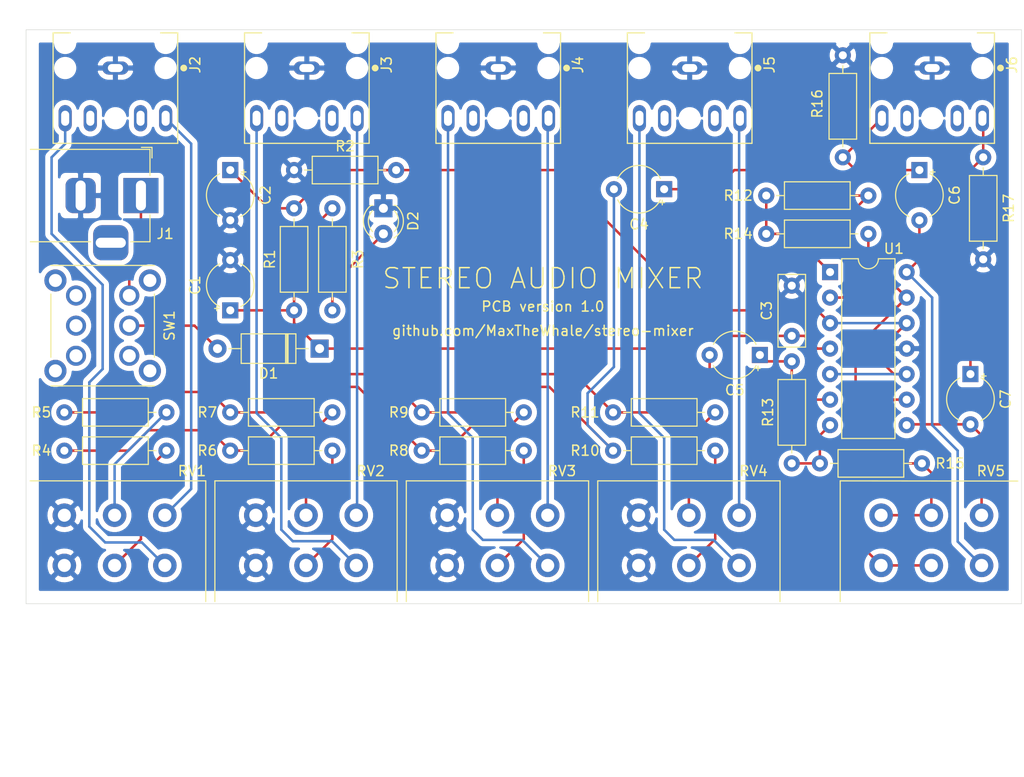
<source format=kicad_pcb>
(kicad_pcb (version 20171130) (host pcbnew "(5.1.6)-1")
  (layers (0 F.Cu signal) (31 B.Cu signal) (34 B.Paste user) (35 F.Paste user) (36 B.SilkS user) (37 F.SilkS user) (38 B.Mask user) (39 F.Mask user) (44 Edge.Cuts user))
  (net 0 "")
  (net 1 Earth)
  (net 2 "Net-(C1-Pad1)")
  (net 3 VREF)
  (net 4 "Net-(C4-Pad1)")
  (net 5 "Net-(C4-Pad2)")
  (net 6 "Net-(C5-Pad2)")
  (net 7 "Net-(C5-Pad1)")
  (net 8 "Net-(C6-Pad1)")
  (net 9 "Net-(C6-Pad2)")
  (net 10 "Net-(C7-Pad2)")
  (net 11 "Net-(C7-Pad1)")
  (net 12 "Net-(D1-Pad2)")
  (net 13 "Net-(D2-Pad2)")
  (net 14 "Net-(J1-Pad1)")
  (net 15 "Net-(R4-Pad2)")
  (net 16 "Net-(R5-Pad2)")
  (net 17 "Net-(R6-Pad2)")
  (net 18 "Net-(R7-Pad2)")
  (net 19 "Net-(R8-Pad2)")
  (net 20 "Net-(R9-Pad2)")
  (net 21 "Net-(R10-Pad2)")
  (net 22 "Net-(R11-Pad2)")
  (net 23 "Net-(R12-Pad1)")
  (net 24 "Net-(R13-Pad1)")
  (net 25 "Net-(R14-Pad1)")
  (net 26 "Net-(J2-PadT)")
  (net 27 "Net-(J2-PadR)")
  (net 28 "Net-(J3-PadT)")
  (net 29 "Net-(J3-PadR)")
  (net 30 "Net-(J4-PadT)")
  (net 31 "Net-(J4-PadR)")
  (net 32 "Net-(J5-PadR)")
  (net 33 "Net-(J5-PadT)")
  (net 34 "Net-(R15-Pad1)")
  (module Connector_BarrelJack:BarrelJack_Horizontal (layer F.Cu) (at 78.74 100.33)
    (fp_text reference J1 (at 2.413 3.81) (layer F.SilkS))
    (fp_text value Barrel_Jack)
    (pad 1 thru_hole rect (at 0 0) (size 3.5 3.5) (drill oval 1 3) (layers *.Cu *.Mask) (net 14 "Net-(J1-Pad1)"))
    (pad 2 thru_hole roundrect (at -6 0) (size 3 3.5) (drill oval 1 3) (layers *.Cu *.Mask) (net 1 Earth))
    (pad 3 thru_hole roundrect (at -3 4.7) (size 3.5 3.5) (drill oval 3 1) (layers *.Cu *.Mask))
  )
  (module Potentiometer_THT:Potentiometer_Alps_RK163_Dual_Horizontal (layer F.Cu) (at 152.4 137.16 270)
    (fp_text reference RV5 (at -9.398 -10.922) (layer F.SilkS))
    (fp_text value 100k)
    (pad 4 thru_hole circle (at -5 0 270) (size 2.34 2.34) (drill 1.3) (layers *.Cu *.Mask) (net 34 "Net-(R15-Pad1)"))
    (pad 5 thru_hole circle (at -5 -5 270) (size 2.34 2.34) (drill 1.3) (layers *.Cu *.Mask) (net 34 "Net-(R15-Pad1)"))
    (pad 6 thru_hole circle (at -5 -10 270) (size 2.34 2.34) (drill 1.3) (layers *.Cu *.Mask) (net 10 "Net-(C7-Pad2)"))
    (pad 1 thru_hole circle (at 0 0 270) (size 2.34 2.34) (drill 1.3) (layers *.Cu *.Mask) (net 25 "Net-(R14-Pad1)"))
    (pad 2 thru_hole circle (at 0 -5 270) (size 2.34 2.34) (drill 1.3) (layers *.Cu *.Mask) (net 25 "Net-(R14-Pad1)"))
    (pad 3 thru_hole circle (at 0 -10 270) (size 2.34 2.34) (drill 1.3) (layers *.Cu *.Mask) (net 9 "Net-(C6-Pad2)"))
  )
  (module Potentiometer_THT:Potentiometer_Alps_RK163_Dual_Horizontal (layer F.Cu) (at 128.27 137.16 270)
    (fp_text reference RV4 (at -9.398 -11.43 180) (layer F.SilkS))
    (fp_text value 100k)
    (pad 4 thru_hole circle (at -5 0 270) (size 2.34 2.34) (drill 1.3) (layers *.Cu *.Mask) (net 1 Earth))
    (pad 5 thru_hole circle (at -5 -5 270) (size 2.34 2.34) (drill 1.3) (layers *.Cu *.Mask) (net 22 "Net-(R11-Pad2)"))
    (pad 6 thru_hole circle (at -5 -10 270) (size 2.34 2.34) (drill 1.3) (layers *.Cu *.Mask) (net 32 "Net-(J5-PadR)"))
    (pad 1 thru_hole circle (at 0 0 270) (size 2.34 2.34) (drill 1.3) (layers *.Cu *.Mask) (net 1 Earth))
    (pad 2 thru_hole circle (at 0 -5 270) (size 2.34 2.34) (drill 1.3) (layers *.Cu *.Mask) (net 21 "Net-(R10-Pad2)"))
    (pad 3 thru_hole circle (at 0 -10 270) (size 2.34 2.34) (drill 1.3) (layers *.Cu *.Mask) (net 33 "Net-(J5-PadT)"))
  )
  (module SW_CuK_OS202013MT5QN1_DPDT_Straight:CUI_SJ1-3525N (layer F.Cu) (at 157.48 87.63 270)
    (fp_text reference J6 (at -0.32516 -7.93865 90) (layer F.SilkS) (effects (font (size 1.000457 1.000457))))
    (fp_text value AudioJack3)
    (pad None np_thru_hole circle (at 0 5 270) (size 1.2 1.2) (drill 1.2) (layers *.Cu *.Mask))
    (pad None np_thru_hole circle (at -2.5 5 270) (size 1.2 1.2) (drill 1.2) (layers *.Cu *.Mask))
    (pad None np_thru_hole circle (at 5 0 270) (size 1.2 1.2) (drill 1.2) (layers *.Cu *.Mask))
    (pad None np_thru_hole circle (at 0 -5 270) (size 1.2 1.2) (drill 1.2) (layers *.Cu *.Mask))
    (pad None np_thru_hole circle (at -2.5 -5 270) (size 1.2 1.2) (drill 1.2) (layers *.Cu *.Mask))
    (pad R thru_hole oval (at 5 -5 270) (size 2.616 1.308) (drill oval 1.5 0.8) (layers *.Cu *.Mask) (net 11 "Net-(C7-Pad1)"))
    (pad 11 thru_hole oval (at 5 -2.5 270) (size 2.616 1.308) (drill oval 1.5 0.8) (layers *.Cu *.Mask))
    (pad 10 thru_hole oval (at 5 2.5 270) (size 2.616 1.308) (drill oval 1.5 0.8) (layers *.Cu *.Mask))
    (pad T thru_hole oval (at 5 5 270) (size 2.616 1.308) (drill oval 1.5 0.8) (layers *.Cu *.Mask) (net 8 "Net-(C6-Pad1)"))
    (pad S thru_hole oval (at 0 0 270) (size 1.308 2.616) (drill oval 0.8 1.5) (layers *.Cu *.Mask) (net 1 Earth))
  )
  (module SW_CuK_OS202013MT5QN1_DPDT_Straight:CUI_SJ1-3525N (layer F.Cu) (at 133.35 87.63 270)
    (fp_text reference J5 (at -0.32516 -7.93865 270) (layer F.SilkS) (effects (font (size 1.000457 1.000457))))
    (fp_text value AudioJack3)
    (pad None np_thru_hole circle (at 0 5 270) (size 1.2 1.2) (drill 1.2) (layers *.Cu *.Mask))
    (pad None np_thru_hole circle (at -2.5 5 270) (size 1.2 1.2) (drill 1.2) (layers *.Cu *.Mask))
    (pad None np_thru_hole circle (at 5 0 270) (size 1.2 1.2) (drill 1.2) (layers *.Cu *.Mask))
    (pad None np_thru_hole circle (at 0 -5 270) (size 1.2 1.2) (drill 1.2) (layers *.Cu *.Mask))
    (pad None np_thru_hole circle (at -2.5 -5 270) (size 1.2 1.2) (drill 1.2) (layers *.Cu *.Mask))
    (pad R thru_hole oval (at 5 -5 270) (size 2.616 1.308) (drill oval 1.5 0.8) (layers *.Cu *.Mask) (net 32 "Net-(J5-PadR)"))
    (pad 11 thru_hole oval (at 5 -2.5 270) (size 2.616 1.308) (drill oval 1.5 0.8) (layers *.Cu *.Mask))
    (pad 10 thru_hole oval (at 5 2.5 270) (size 2.616 1.308) (drill oval 1.5 0.8) (layers *.Cu *.Mask))
    (pad T thru_hole oval (at 5 5 270) (size 2.616 1.308) (drill oval 1.5 0.8) (layers *.Cu *.Mask) (net 33 "Net-(J5-PadT)"))
    (pad S thru_hole oval (at 0 0 270) (size 1.308 2.616) (drill oval 0.8 1.5) (layers *.Cu *.Mask) (net 1 Earth))
  )
  (module SW_CuK_OS202013MT5QN1_DPDT_Straight:CUI_SJ1-3525N (layer F.Cu) (at 114.3 87.63 270)
    (fp_text reference J4 (at -0.32516 -7.93865 270) (layer F.SilkS) (effects (font (size 1.000457 1.000457))))
    (fp_text value AudioJack3)
    (pad None np_thru_hole circle (at 0 5 270) (size 1.2 1.2) (drill 1.2) (layers *.Cu *.Mask))
    (pad None np_thru_hole circle (at -2.5 5 270) (size 1.2 1.2) (drill 1.2) (layers *.Cu *.Mask))
    (pad None np_thru_hole circle (at 5 0 270) (size 1.2 1.2) (drill 1.2) (layers *.Cu *.Mask))
    (pad None np_thru_hole circle (at 0 -5 270) (size 1.2 1.2) (drill 1.2) (layers *.Cu *.Mask))
    (pad None np_thru_hole circle (at -2.5 -5 270) (size 1.2 1.2) (drill 1.2) (layers *.Cu *.Mask))
    (pad R thru_hole oval (at 5 -5 270) (size 2.616 1.308) (drill oval 1.5 0.8) (layers *.Cu *.Mask) (net 31 "Net-(J4-PadR)"))
    (pad 11 thru_hole oval (at 5 -2.5 270) (size 2.616 1.308) (drill oval 1.5 0.8) (layers *.Cu *.Mask))
    (pad 10 thru_hole oval (at 5 2.5 270) (size 2.616 1.308) (drill oval 1.5 0.8) (layers *.Cu *.Mask))
    (pad T thru_hole oval (at 5 5 270) (size 2.616 1.308) (drill oval 1.5 0.8) (layers *.Cu *.Mask) (net 30 "Net-(J4-PadT)"))
    (pad S thru_hole oval (at 0 0 270) (size 1.308 2.616) (drill oval 0.8 1.5) (layers *.Cu *.Mask) (net 1 Earth))
  )
  (module SW_CuK_OS202013MT5QN1_DPDT_Straight:CUI_SJ1-3525N (layer F.Cu) (at 95.25 87.63 270)
    (fp_text reference J3 (at -0.32516 -7.93865 270) (layer F.SilkS) (effects (font (size 1.000457 1.000457))))
    (fp_text value AudioJack3)
    (pad S thru_hole oval (at 0 0 270) (size 1.308 2.616) (drill oval 0.8 1.5) (layers *.Cu *.Mask) (net 1 Earth))
    (pad T thru_hole oval (at 5 5 270) (size 2.616 1.308) (drill oval 1.5 0.8) (layers *.Cu *.Mask) (net 28 "Net-(J3-PadT)"))
    (pad 10 thru_hole oval (at 5 2.5 270) (size 2.616 1.308) (drill oval 1.5 0.8) (layers *.Cu *.Mask))
    (pad 11 thru_hole oval (at 5 -2.5 270) (size 2.616 1.308) (drill oval 1.5 0.8) (layers *.Cu *.Mask))
    (pad R thru_hole oval (at 5 -5 270) (size 2.616 1.308) (drill oval 1.5 0.8) (layers *.Cu *.Mask) (net 29 "Net-(J3-PadR)"))
    (pad None np_thru_hole circle (at -2.5 -5 270) (size 1.2 1.2) (drill 1.2) (layers *.Cu *.Mask))
    (pad None np_thru_hole circle (at 0 -5 270) (size 1.2 1.2) (drill 1.2) (layers *.Cu *.Mask))
    (pad None np_thru_hole circle (at 5 0 270) (size 1.2 1.2) (drill 1.2) (layers *.Cu *.Mask))
    (pad None np_thru_hole circle (at -2.5 5 270) (size 1.2 1.2) (drill 1.2) (layers *.Cu *.Mask))
    (pad None np_thru_hole circle (at 0 5 270) (size 1.2 1.2) (drill 1.2) (layers *.Cu *.Mask))
  )
  (module SW_CuK_OS202013MT5QN1_DPDT_Straight:CUI_SJ1-3525N (layer F.Cu) (at 76.2 87.63 270)
    (fp_text reference J2 (at -0.32516 -7.93865 90) (layer F.SilkS) (effects (font (size 1.000457 1.000457))))
    (fp_text value AudioJack3)
    (pad S thru_hole oval (at 0 0 270) (size 1.308 2.616) (drill oval 0.8 1.5) (layers *.Cu *.Mask) (net 1 Earth))
    (pad T thru_hole oval (at 5 5 270) (size 2.616 1.308) (drill oval 1.5 0.8) (layers *.Cu *.Mask) (net 26 "Net-(J2-PadT)"))
    (pad 10 thru_hole oval (at 5 2.5 270) (size 2.616 1.308) (drill oval 1.5 0.8) (layers *.Cu *.Mask))
    (pad 11 thru_hole oval (at 5 -2.5 270) (size 2.616 1.308) (drill oval 1.5 0.8) (layers *.Cu *.Mask))
    (pad R thru_hole oval (at 5 -5 270) (size 2.616 1.308) (drill oval 1.5 0.8) (layers *.Cu *.Mask) (net 27 "Net-(J2-PadR)"))
    (pad None np_thru_hole circle (at -2.5 -5 270) (size 1.2 1.2) (drill 1.2) (layers *.Cu *.Mask))
    (pad None np_thru_hole circle (at 0 -5 270) (size 1.2 1.2) (drill 1.2) (layers *.Cu *.Mask))
    (pad None np_thru_hole circle (at 5 0 270) (size 1.2 1.2) (drill 1.2) (layers *.Cu *.Mask))
    (pad None np_thru_hole circle (at -2.5 5 270) (size 1.2 1.2) (drill 1.2) (layers *.Cu *.Mask))
    (pad None np_thru_hole circle (at 0 5 270) (size 1.2 1.2) (drill 1.2) (layers *.Cu *.Mask))
  )
  (module Potentiometer_THT:Potentiometer_Alps_RK163_Dual_Horizontal (layer F.Cu) (at 71.12 137.16 270)
    (fp_text reference RV1 (at -9.398 -12.7) (layer F.SilkS))
    (fp_text value 100k)
    (pad 3 thru_hole circle (at 0 -10 270) (size 2.34 2.34) (drill 1.3) (layers *.Cu *.Mask) (net 26 "Net-(J2-PadT)"))
    (pad 2 thru_hole circle (at 0 -5 270) (size 2.34 2.34) (drill 1.3) (layers *.Cu *.Mask) (net 15 "Net-(R4-Pad2)"))
    (pad 1 thru_hole circle (at 0 0 270) (size 2.34 2.34) (drill 1.3) (layers *.Cu *.Mask) (net 1 Earth))
    (pad 6 thru_hole circle (at -5 -10 270) (size 2.34 2.34) (drill 1.3) (layers *.Cu *.Mask) (net 27 "Net-(J2-PadR)"))
    (pad 5 thru_hole circle (at -5 -5 270) (size 2.34 2.34) (drill 1.3) (layers *.Cu *.Mask) (net 16 "Net-(R5-Pad2)"))
    (pad 4 thru_hole circle (at -5 0 270) (size 2.34 2.34) (drill 1.3) (layers *.Cu *.Mask) (net 1 Earth))
  )
  (module Potentiometer_THT:Potentiometer_Alps_RK163_Dual_Horizontal (layer F.Cu) (at 90.17 137.16 270)
    (fp_text reference RV2 (at -9.398 -11.43) (layer F.SilkS))
    (fp_text value 100k)
    (pad 3 thru_hole circle (at 0 -10 270) (size 2.34 2.34) (drill 1.3) (layers *.Cu *.Mask) (net 28 "Net-(J3-PadT)"))
    (pad 2 thru_hole circle (at 0 -5 270) (size 2.34 2.34) (drill 1.3) (layers *.Cu *.Mask) (net 17 "Net-(R6-Pad2)"))
    (pad 1 thru_hole circle (at 0 0 270) (size 2.34 2.34) (drill 1.3) (layers *.Cu *.Mask) (net 1 Earth))
    (pad 6 thru_hole circle (at -5 -10 270) (size 2.34 2.34) (drill 1.3) (layers *.Cu *.Mask) (net 29 "Net-(J3-PadR)"))
    (pad 5 thru_hole circle (at -5 -5 270) (size 2.34 2.34) (drill 1.3) (layers *.Cu *.Mask) (net 18 "Net-(R7-Pad2)"))
    (pad 4 thru_hole circle (at -5 0 270) (size 2.34 2.34) (drill 1.3) (layers *.Cu *.Mask) (net 1 Earth))
  )
  (module Potentiometer_THT:Potentiometer_Alps_RK163_Dual_Horizontal (layer F.Cu) (at 109.22 137.16 270)
    (fp_text reference RV3 (at -9.398 -11.43) (layer F.SilkS))
    (fp_text value 100k)
    (pad 3 thru_hole circle (at 0 -10 270) (size 2.34 2.34) (drill 1.3) (layers *.Cu *.Mask) (net 30 "Net-(J4-PadT)"))
    (pad 2 thru_hole circle (at 0 -5 270) (size 2.34 2.34) (drill 1.3) (layers *.Cu *.Mask) (net 19 "Net-(R8-Pad2)"))
    (pad 1 thru_hole circle (at 0 0 270) (size 2.34 2.34) (drill 1.3) (layers *.Cu *.Mask) (net 1 Earth))
    (pad 6 thru_hole circle (at -5 -10 270) (size 2.34 2.34) (drill 1.3) (layers *.Cu *.Mask) (net 31 "Net-(J4-PadR)"))
    (pad 5 thru_hole circle (at -5 -5 270) (size 2.34 2.34) (drill 1.3) (layers *.Cu *.Mask) (net 20 "Net-(R9-Pad2)"))
    (pad 4 thru_hole circle (at -5 0 270) (size 2.34 2.34) (drill 1.3) (layers *.Cu *.Mask) (net 1 Earth))
  )
  (module Capacitor_THT:CP_Radial_Tantal_D4.5mm_P5.00mm (layer F.Cu) (at 87.63 111.76 90)
    (fp_text reference C1 (at 2.5 -3.5 90) (layer F.SilkS))
    (fp_text value 10u)
    (pad 2 thru_hole circle (at 5 0 90) (size 1.6 1.6) (drill 0.8) (layers *.Cu *.Mask) (net 1 Earth))
    (pad 1 thru_hole rect (at 0 0 90) (size 1.6 1.6) (drill 0.8) (layers *.Cu *.Mask) (net 2 "Net-(C1-Pad1)"))
  )
  (module Capacitor_THT:CP_Radial_Tantal_D4.5mm_P5.00mm (layer F.Cu) (at 87.63 97.79 270)
    (fp_text reference C2 (at 2.5 -3.5 90) (layer F.SilkS))
    (fp_text value 10u)
    (pad 1 thru_hole rect (at 0 0 270) (size 1.6 1.6) (drill 0.8) (layers *.Cu *.Mask) (net 3 VREF))
    (pad 2 thru_hole circle (at 5 0 270) (size 1.6 1.6) (drill 0.8) (layers *.Cu *.Mask) (net 1 Earth))
  )
  (module Capacitor_THT:C_Disc_D7.0mm_W2.5mm_P5.00mm (layer F.Cu) (at 143.51 114.3 90)
    (fp_text reference C3 (at 2.5 -2.5 90) (layer F.SilkS))
    (fp_text value 100n)
    (pad 1 thru_hole circle (at 0 0 90) (size 1.6 1.6) (drill 0.8) (layers *.Cu *.Mask) (net 2 "Net-(C1-Pad1)"))
    (pad 2 thru_hole circle (at 5 0 90) (size 1.6 1.6) (drill 0.8) (layers *.Cu *.Mask) (net 1 Earth))
  )
  (module Capacitor_THT:CP_Radial_Tantal_D4.5mm_P5.00mm (layer F.Cu) (at 130.81 99.695 180)
    (fp_text reference C4 (at 2.5 -3.5) (layer F.SilkS))
    (fp_text value 10u)
    (pad 1 thru_hole rect (at 0 0 180) (size 1.6 1.6) (drill 0.8) (layers *.Cu *.Mask) (net 4 "Net-(C4-Pad1)"))
    (pad 2 thru_hole circle (at 5 0 180) (size 1.6 1.6) (drill 0.8) (layers *.Cu *.Mask) (net 5 "Net-(C4-Pad2)"))
  )
  (module Capacitor_THT:CP_Radial_Tantal_D4.5mm_P5.00mm (layer F.Cu) (at 140.335 116.205 180)
    (fp_text reference C5 (at 2.5 -3.5) (layer F.SilkS))
    (fp_text value 10u)
    (pad 2 thru_hole circle (at 5 0 180) (size 1.6 1.6) (drill 0.8) (layers *.Cu *.Mask) (net 6 "Net-(C5-Pad2)"))
    (pad 1 thru_hole rect (at 0 0 180) (size 1.6 1.6) (drill 0.8) (layers *.Cu *.Mask) (net 7 "Net-(C5-Pad1)"))
  )
  (module Capacitor_THT:CP_Radial_Tantal_D4.5mm_P5.00mm (layer F.Cu) (at 156.21 97.79 270)
    (fp_text reference C6 (at 2.5 -3.5 90) (layer F.SilkS))
    (fp_text value 10u)
    (pad 1 thru_hole rect (at 0 0 270) (size 1.6 1.6) (drill 0.8) (layers *.Cu *.Mask) (net 8 "Net-(C6-Pad1)"))
    (pad 2 thru_hole circle (at 5 0 270) (size 1.6 1.6) (drill 0.8) (layers *.Cu *.Mask) (net 9 "Net-(C6-Pad2)"))
  )
  (module Capacitor_THT:CP_Radial_Tantal_D4.5mm_P5.00mm (layer F.Cu) (at 161.29 118.11 270)
    (fp_text reference C7 (at 2.5 -3.5 90) (layer F.SilkS))
    (fp_text value 10u)
    (pad 2 thru_hole circle (at 5 0 270) (size 1.6 1.6) (drill 0.8) (layers *.Cu *.Mask) (net 10 "Net-(C7-Pad2)"))
    (pad 1 thru_hole rect (at 0 0 270) (size 1.6 1.6) (drill 0.8) (layers *.Cu *.Mask) (net 11 "Net-(C7-Pad1)"))
  )
  (module Diode_THT:D_A-405_P10.16mm_Horizontal (layer F.Cu) (at 96.52 115.57 180)
    (fp_text reference D1 (at 5.08 -2.47) (layer F.SilkS))
    (fp_text value D_Schottky)
    (pad 1 thru_hole rect (at 0 0 180) (size 1.8 1.8) (drill 0.9) (layers *.Cu *.Mask) (net 2 "Net-(C1-Pad1)"))
    (pad 2 thru_hole oval (at 10.16 0 180) (size 1.8 1.8) (drill 0.9) (layers *.Cu *.Mask) (net 12 "Net-(D1-Pad2)"))
  )
  (module LED_THT:LED_D3.0mm (layer F.Cu) (at 102.87 101.6 270)
    (fp_text reference D2 (at 1.27 -2.96 90) (layer F.SilkS))
    (fp_text value LED)
    (pad 1 thru_hole rect (at 0 0 270) (size 1.8 1.8) (drill 0.9) (layers *.Cu *.Mask) (net 1 Earth))
    (pad 2 thru_hole circle (at 2.54 0 270) (size 1.8 1.8) (drill 0.9) (layers *.Cu *.Mask) (net 13 "Net-(D2-Pad2)"))
  )
  (module Resistor_THT:R_Axial_DIN0207_L6.3mm_D2.5mm_P10.16mm_Horizontal (layer F.Cu) (at 93.98 101.6 270)
    (fp_text reference R1 (at 5.08 2.413 90) (layer F.SilkS))
    (fp_text value 47k)
    (pad 1 thru_hole circle (at 0 0 270) (size 1.6 1.6) (drill 0.8) (layers *.Cu *.Mask) (net 3 VREF))
    (pad 2 thru_hole oval (at 10.16 0 270) (size 1.6 1.6) (drill 0.8) (layers *.Cu *.Mask) (net 2 "Net-(C1-Pad1)"))
  )
  (module Resistor_THT:R_Axial_DIN0207_L6.3mm_D2.5mm_P10.16mm_Horizontal (layer F.Cu) (at 93.98 97.79)
    (fp_text reference R2 (at 5.08 -2.37) (layer F.SilkS))
    (fp_text value 47k)
    (pad 2 thru_hole oval (at 10.16 0) (size 1.6 1.6) (drill 0.8) (layers *.Cu *.Mask) (net 3 VREF))
    (pad 1 thru_hole circle (at 0 0) (size 1.6 1.6) (drill 0.8) (layers *.Cu *.Mask) (net 1 Earth))
  )
  (module Resistor_THT:R_Axial_DIN0207_L6.3mm_D2.5mm_P10.16mm_Horizontal (layer F.Cu) (at 97.79 111.76 90)
    (fp_text reference R3 (at 5.08 2.54 90) (layer F.SilkS))
    (fp_text value 4k7)
    (pad 1 thru_hole circle (at 0 0 90) (size 1.6 1.6) (drill 0.8) (layers *.Cu *.Mask) (net 13 "Net-(D2-Pad2)"))
    (pad 2 thru_hole oval (at 10.16 0 90) (size 1.6 1.6) (drill 0.8) (layers *.Cu *.Mask) (net 2 "Net-(C1-Pad1)"))
  )
  (module Resistor_THT:R_Axial_DIN0207_L6.3mm_D2.5mm_P10.16mm_Horizontal (layer F.Cu) (at 71.12 125.73)
    (fp_text reference R4 (at -2.286 0) (layer F.SilkS))
    (fp_text value 47k)
    (pad 2 thru_hole oval (at 10.16 0) (size 1.6 1.6) (drill 0.8) (layers *.Cu *.Mask) (net 15 "Net-(R4-Pad2)"))
    (pad 1 thru_hole circle (at 0 0) (size 1.6 1.6) (drill 0.8) (layers *.Cu *.Mask) (net 5 "Net-(C4-Pad2)"))
  )
  (module Resistor_THT:R_Axial_DIN0207_L6.3mm_D2.5mm_P10.16mm_Horizontal (layer F.Cu) (at 71.12 121.92)
    (fp_text reference R5 (at -2.286 0) (layer F.SilkS))
    (fp_text value 47k)
    (pad 1 thru_hole circle (at 0 0) (size 1.6 1.6) (drill 0.8) (layers *.Cu *.Mask) (net 6 "Net-(C5-Pad2)"))
    (pad 2 thru_hole oval (at 10.16 0) (size 1.6 1.6) (drill 0.8) (layers *.Cu *.Mask) (net 16 "Net-(R5-Pad2)"))
  )
  (module Resistor_THT:R_Axial_DIN0207_L6.3mm_D2.5mm_P10.16mm_Horizontal (layer F.Cu) (at 87.63 125.73)
    (fp_text reference R6 (at -2.286 0) (layer F.SilkS))
    (fp_text value 47k)
    (pad 1 thru_hole circle (at 0 0) (size 1.6 1.6) (drill 0.8) (layers *.Cu *.Mask) (net 5 "Net-(C4-Pad2)"))
    (pad 2 thru_hole oval (at 10.16 0) (size 1.6 1.6) (drill 0.8) (layers *.Cu *.Mask) (net 17 "Net-(R6-Pad2)"))
  )
  (module Resistor_THT:R_Axial_DIN0207_L6.3mm_D2.5mm_P10.16mm_Horizontal (layer F.Cu) (at 87.63 121.92)
    (fp_text reference R7 (at -2.286 0) (layer F.SilkS))
    (fp_text value 47k)
    (pad 1 thru_hole circle (at 0 0) (size 1.6 1.6) (drill 0.8) (layers *.Cu *.Mask) (net 6 "Net-(C5-Pad2)"))
    (pad 2 thru_hole oval (at 10.16 0) (size 1.6 1.6) (drill 0.8) (layers *.Cu *.Mask) (net 18 "Net-(R7-Pad2)"))
  )
  (module Resistor_THT:R_Axial_DIN0207_L6.3mm_D2.5mm_P10.16mm_Horizontal (layer F.Cu) (at 106.68 125.73)
    (fp_text reference R8 (at -2.286 0) (layer F.SilkS))
    (fp_text value 47k)
    (pad 2 thru_hole oval (at 10.16 0) (size 1.6 1.6) (drill 0.8) (layers *.Cu *.Mask) (net 19 "Net-(R8-Pad2)"))
    (pad 1 thru_hole circle (at 0 0) (size 1.6 1.6) (drill 0.8) (layers *.Cu *.Mask) (net 5 "Net-(C4-Pad2)"))
  )
  (module Resistor_THT:R_Axial_DIN0207_L6.3mm_D2.5mm_P10.16mm_Horizontal (layer F.Cu) (at 106.68 121.92)
    (fp_text reference R9 (at -2.286 0) (layer F.SilkS))
    (fp_text value 47k)
    (pad 1 thru_hole circle (at 0 0) (size 1.6 1.6) (drill 0.8) (layers *.Cu *.Mask) (net 6 "Net-(C5-Pad2)"))
    (pad 2 thru_hole oval (at 10.16 0) (size 1.6 1.6) (drill 0.8) (layers *.Cu *.Mask) (net 20 "Net-(R9-Pad2)"))
  )
  (module Resistor_THT:R_Axial_DIN0207_L6.3mm_D2.5mm_P10.16mm_Horizontal (layer F.Cu) (at 125.73 125.73)
    (fp_text reference R10 (at -2.794 0) (layer F.SilkS))
    (fp_text value 47k)
    (pad 1 thru_hole circle (at 0 0) (size 1.6 1.6) (drill 0.8) (layers *.Cu *.Mask) (net 5 "Net-(C4-Pad2)"))
    (pad 2 thru_hole oval (at 10.16 0) (size 1.6 1.6) (drill 0.8) (layers *.Cu *.Mask) (net 21 "Net-(R10-Pad2)"))
  )
  (module Resistor_THT:R_Axial_DIN0207_L6.3mm_D2.5mm_P10.16mm_Horizontal (layer F.Cu) (at 125.73 121.92)
    (fp_text reference R11 (at -2.794 0) (layer F.SilkS))
    (fp_text value 47k)
    (pad 2 thru_hole oval (at 10.16 0) (size 1.6 1.6) (drill 0.8) (layers *.Cu *.Mask) (net 22 "Net-(R11-Pad2)"))
    (pad 1 thru_hole circle (at 0 0) (size 1.6 1.6) (drill 0.8) (layers *.Cu *.Mask) (net 6 "Net-(C5-Pad2)"))
  )
  (module Resistor_THT:R_Axial_DIN0207_L6.3mm_D2.5mm_P10.16mm_Horizontal (layer F.Cu) (at 140.97 100.33)
    (fp_text reference R12 (at -2.794 0) (layer F.SilkS))
    (fp_text value 47k)
    (pad 1 thru_hole circle (at 0 0) (size 1.6 1.6) (drill 0.8) (layers *.Cu *.Mask) (net 23 "Net-(R12-Pad1)"))
    (pad 2 thru_hole oval (at 10.16 0) (size 1.6 1.6) (drill 0.8) (layers *.Cu *.Mask) (net 4 "Net-(C4-Pad1)"))
  )
  (module Resistor_THT:R_Axial_DIN0207_L6.3mm_D2.5mm_P10.16mm_Horizontal (layer F.Cu) (at 143.51 127 90)
    (fp_text reference R13 (at 5.08 -2.37 90) (layer F.SilkS))
    (fp_text value 47k)
    (pad 2 thru_hole oval (at 10.16 0 90) (size 1.6 1.6) (drill 0.8) (layers *.Cu *.Mask) (net 7 "Net-(C5-Pad1)"))
    (pad 1 thru_hole circle (at 0 0 90) (size 1.6 1.6) (drill 0.8) (layers *.Cu *.Mask) (net 24 "Net-(R13-Pad1)"))
  )
  (module Resistor_THT:R_Axial_DIN0207_L6.3mm_D2.5mm_P10.16mm_Horizontal (layer F.Cu) (at 151.13 104.14 180)
    (fp_text reference R14 (at 12.954 0) (layer F.SilkS))
    (fp_text value 47k)
    (pad 1 thru_hole circle (at 0 0 180) (size 1.6 1.6) (drill 0.8) (layers *.Cu *.Mask) (net 25 "Net-(R14-Pad1)"))
    (pad 2 thru_hole oval (at 10.16 0 180) (size 1.6 1.6) (drill 0.8) (layers *.Cu *.Mask) (net 23 "Net-(R12-Pad1)"))
  )
  (module Resistor_THT:R_Axial_DIN0207_L6.3mm_D2.5mm_P10.16mm_Horizontal (layer F.Cu) (at 156.464 127 180)
    (fp_text reference R15 (at -2.794 0) (layer F.SilkS))
    (fp_text value 47k)
    (pad 2 thru_hole oval (at 10.16 0 180) (size 1.6 1.6) (drill 0.8) (layers *.Cu *.Mask) (net 24 "Net-(R13-Pad1)"))
    (pad 1 thru_hole circle (at 0 0 180) (size 1.6 1.6) (drill 0.8) (layers *.Cu *.Mask) (net 34 "Net-(R15-Pad1)"))
  )
  (module Resistor_THT:R_Axial_DIN0207_L6.3mm_D2.5mm_P10.16mm_Horizontal (layer F.Cu) (at 148.59 86.36 270)
    (fp_text reference R16 (at 4.826 2.54 90) (layer F.SilkS))
    (fp_text value 47k)
    (pad 2 thru_hole oval (at 10.16 0 270) (size 1.6 1.6) (drill 0.8) (layers *.Cu *.Mask) (net 8 "Net-(C6-Pad1)"))
    (pad 1 thru_hole circle (at 0 0 270) (size 1.6 1.6) (drill 0.8) (layers *.Cu *.Mask) (net 1 Earth))
  )
  (module Resistor_THT:R_Axial_DIN0207_L6.3mm_D2.5mm_P10.16mm_Horizontal (layer F.Cu) (at 162.56 106.68 90)
    (fp_text reference R17 (at 5.08 2.54 90) (layer F.SilkS))
    (fp_text value 47k)
    (pad 2 thru_hole oval (at 10.16 0 90) (size 1.6 1.6) (drill 0.8) (layers *.Cu *.Mask) (net 11 "Net-(C7-Pad1)"))
    (pad 1 thru_hole circle (at 0 0 90) (size 1.6 1.6) (drill 0.8) (layers *.Cu *.Mask) (net 1 Earth))
  )
  (module SW_CuK_OS202013MT5QN1_DPDT_Straight:SW_CuK_OS202013MT5QN1_DPDT_Straight (layer F.Cu) (at 74.93 113.284 270)
    (fp_text reference SW1 (at 0 -6.65 90) (layer F.SilkS))
    (fp_text value SW_SPST)
    (pad 4 thru_hole circle (at -3 2.65 270) (size 2 2) (drill 1.3) (layers *.Cu *.Mask))
    (pad 1 thru_hole circle (at -3 -2.65 270) (size 2 2) (drill 1.3) (layers *.Cu *.Mask) (net 14 "Net-(J1-Pad1)"))
    (pad 3 thru_hole circle (at 3 -2.65 270) (size 2 2) (drill 1.3) (layers *.Cu *.Mask))
    (pad 6 thru_hole circle (at 3 2.65 270) (size 2 2) (drill 1.3) (layers *.Cu *.Mask))
    (pad 5 thru_hole circle (at 0 2.65 270) (size 2 2) (drill 1.3) (layers *.Cu *.Mask))
    (pad 2 thru_hole circle (at 0 -2.65 270) (size 2 2) (drill 1.3) (layers *.Cu *.Mask) (net 12 "Net-(D1-Pad2)"))
    (pad "" thru_hole circle (at 4.5 4.7 270) (size 2.2 2.2) (drill 1.3) (layers *.Cu *.Mask))
    (pad "" thru_hole circle (at 4.5 -4.7 270) (size 2.2 2.2) (drill 1.3) (layers *.Cu *.Mask))
    (pad "" thru_hole circle (at -4.5 -4.7 270) (size 2.2 2.2) (drill 1.3) (layers *.Cu *.Mask))
    (pad "" thru_hole circle (at -4.5 4.7 270) (size 2.2 2.2) (drill 1.3) (layers *.Cu *.Mask))
  )
  (module Package_DIP:DIP-14_W7.62mm (layer F.Cu) (at 147.32 107.95)
    (fp_text reference U1 (at 6.35 -2.33) (layer F.SilkS))
    (fp_text value TL074)
    (pad 1 thru_hole rect (at 0 0) (size 1.6 1.6) (drill 0.8) (layers *.Cu *.Mask) (net 23 "Net-(R12-Pad1)"))
    (pad 8 thru_hole oval (at 7.62 15.24) (size 1.6 1.6) (drill 0.8) (layers *.Cu *.Mask) (net 10 "Net-(C7-Pad2)"))
    (pad 2 thru_hole oval (at 0 2.54) (size 1.6 1.6) (drill 0.8) (layers *.Cu *.Mask) (net 4 "Net-(C4-Pad1)"))
    (pad 9 thru_hole oval (at 7.62 12.7) (size 1.6 1.6) (drill 0.8) (layers *.Cu *.Mask) (net 34 "Net-(R15-Pad1)"))
    (pad 3 thru_hole oval (at 0 5.08) (size 1.6 1.6) (drill 0.8) (layers *.Cu *.Mask) (net 3 VREF))
    (pad 10 thru_hole oval (at 7.62 10.16) (size 1.6 1.6) (drill 0.8) (layers *.Cu *.Mask) (net 3 VREF))
    (pad 4 thru_hole oval (at 0 7.62) (size 1.6 1.6) (drill 0.8) (layers *.Cu *.Mask) (net 2 "Net-(C1-Pad1)"))
    (pad 11 thru_hole oval (at 7.62 7.62) (size 1.6 1.6) (drill 0.8) (layers *.Cu *.Mask) (net 1 Earth))
    (pad 5 thru_hole oval (at 0 10.16) (size 1.6 1.6) (drill 0.8) (layers *.Cu *.Mask) (net 3 VREF))
    (pad 12 thru_hole oval (at 7.62 5.08) (size 1.6 1.6) (drill 0.8) (layers *.Cu *.Mask) (net 3 VREF))
    (pad 6 thru_hole oval (at 0 12.7) (size 1.6 1.6) (drill 0.8) (layers *.Cu *.Mask) (net 7 "Net-(C5-Pad1)"))
    (pad 13 thru_hole oval (at 7.62 2.54) (size 1.6 1.6) (drill 0.8) (layers *.Cu *.Mask) (net 25 "Net-(R14-Pad1)"))
    (pad 7 thru_hole oval (at 0 15.24) (size 1.6 1.6) (drill 0.8) (layers *.Cu *.Mask) (net 24 "Net-(R13-Pad1)"))
    (pad 14 thru_hole oval (at 7.62 0) (size 1.6 1.6) (drill 0.8) (layers *.Cu *.Mask) (net 9 "Net-(C6-Pad2)"))
  )
  (gr_text "STEREO AUDIO MIXER" (at 118.745 108.585) (layer F.SilkS) (effects (font (size 2 2))))
  (gr_text "PCB version 1.0\n" (at 118.745 111.379) (layer F.SilkS) (effects (font (size 1 1))))
  (gr_text github.com/MaxTheWhale/stereo-mixer (at 118.745 113.792) (layer F.SilkS) (effects (font (size 1 1))))
  (gr_line (start 166.37 83.82) (end 139.065 83.82) (layer Edge.Cuts) (width 0.05))
  (gr_line (start 166.37 140.97) (end 166.37 83.82) (layer Edge.Cuts) (width 0.05))
  (gr_line (start 67.31 140.97) (end 166.37 140.97) (layer Edge.Cuts) (width 0.05))
  (gr_line (start 67.31 83.82) (end 67.31 140.97) (layer Edge.Cuts) (width 0.05))
  (gr_line (start 69.85 83.82) (end 67.31 83.82) (layer Edge.Cuts) (width 0.05))
  (gr_line (start 139.065 83.82) (end 69.85 83.82) (layer Edge.Cuts) (width 0.05))
  (segment (start 87.63 111.76) (end 93.98 111.76) (width 0.25) (layer F.Cu) (net 2))
  (segment (start 93.98 105.41) (end 97.79 101.6) (width 0.25) (layer F.Cu) (net 2))
  (segment (start 93.98 111.76) (end 93.98 105.41) (width 0.25) (layer F.Cu) (net 2))
  (segment (start 93.98 113.03) (end 96.52 115.57) (width 0.25) (layer F.Cu) (net 2))
  (segment (start 93.98 111.76) (end 93.98 113.03) (width 0.25) (layer F.Cu) (net 2))
  (segment (start 143.51 114.3) (end 144.78 114.3) (width 0.25) (layer F.Cu) (net 2))
  (segment (start 146.05 115.57) (end 147.32 115.57) (width 0.25) (layer F.Cu) (net 2))
  (segment (start 144.78 114.3) (end 146.05 115.57) (width 0.25) (layer F.Cu) (net 2))
  (segment (start 96.52 115.57) (end 132.08 115.57) (width 0.25) (layer F.Cu) (net 2))
  (segment (start 133.35 114.3) (end 143.51 114.3) (width 0.25) (layer F.Cu) (net 2))
  (segment (start 132.08 115.57) (end 133.35 114.3) (width 0.25) (layer F.Cu) (net 2))
  (segment (start 87.63 97.79) (end 91.44 101.6) (width 0.25) (layer F.Cu) (net 3))
  (segment (start 91.44 101.6) (end 93.98 101.6) (width 0.25) (layer F.Cu) (net 3))
  (segment (start 97.79 97.79) (end 104.14 97.79) (width 0.25) (layer F.Cu) (net 3))
  (segment (start 93.98 101.6) (end 97.79 97.79) (width 0.25) (layer F.Cu) (net 3))
  (segment (start 147.32 118.11) (end 154.94 118.11) (width 0.25) (layer B.Cu) (net 3))
  (segment (start 147.32 113.03) (end 154.94 113.03) (width 0.25) (layer B.Cu) (net 3))
  (segment (start 104.14 97.79) (end 120.015 97.79) (width 0.25) (layer F.Cu) (net 3))
  (segment (start 120.015 97.79) (end 133.985 111.76) (width 0.25) (layer F.Cu) (net 3))
  (segment (start 146.05 111.76) (end 147.32 113.03) (width 0.25) (layer F.Cu) (net 3))
  (segment (start 133.985 111.76) (end 146.05 111.76) (width 0.25) (layer F.Cu) (net 3))
  (segment (start 154.94 118.11) (end 153.67 118.11) (width 0.25) (layer F.Cu) (net 3))
  (segment (start 153.67 118.11) (end 152.4 116.84) (width 0.25) (layer F.Cu) (net 3))
  (segment (start 152.4 115.57) (end 154.94 113.03) (width 0.25) (layer F.Cu) (net 3))
  (segment (start 152.4 116.84) (end 152.4 115.57) (width 0.25) (layer F.Cu) (net 3))
  (segment (start 147.32 110.49) (end 148.59 110.49) (width 0.25) (layer F.Cu) (net 4))
  (segment (start 148.59 110.49) (end 149.86 109.22) (width 0.25) (layer F.Cu) (net 4))
  (segment (start 149.86 109.22) (end 149.86 106.68) (width 0.25) (layer F.Cu) (net 4))
  (segment (start 149.86 106.68) (end 148.59 105.41) (width 0.25) (layer F.Cu) (net 4))
  (segment (start 148.59 102.87) (end 151.13 100.33) (width 0.25) (layer F.Cu) (net 4))
  (segment (start 148.59 105.41) (end 148.59 102.87) (width 0.25) (layer F.Cu) (net 4))
  (segment (start 147.955 100.33) (end 151.13 100.33) (width 0.25) (layer F.Cu) (net 4))
  (segment (start 145.415 97.79) (end 147.955 100.33) (width 0.25) (layer F.Cu) (net 4))
  (segment (start 137.795 97.79) (end 145.415 97.79) (width 0.25) (layer F.Cu) (net 4))
  (segment (start 130.81 99.695) (end 135.89 99.695) (width 0.25) (layer F.Cu) (net 4))
  (segment (start 135.89 99.695) (end 137.795 97.79) (width 0.25) (layer F.Cu) (net 4))
  (segment (start 100.33 119.38) (end 106.68 125.73) (width 0.25) (layer F.Cu) (net 5))
  (segment (start 96.52 119.38) (end 100.33 119.38) (width 0.25) (layer F.Cu) (net 5))
  (segment (start 87.63 125.73) (end 90.17 125.73) (width 0.25) (layer F.Cu) (net 5))
  (segment (start 90.17 125.73) (end 96.52 119.38) (width 0.25) (layer F.Cu) (net 5))
  (segment (start 115.57 119.38) (end 119.38 119.38) (width 0.25) (layer F.Cu) (net 5))
  (segment (start 106.68 125.73) (end 109.22 125.73) (width 0.25) (layer F.Cu) (net 5))
  (segment (start 119.38 119.38) (end 125.73 125.73) (width 0.25) (layer F.Cu) (net 5))
  (segment (start 109.22 125.73) (end 115.57 119.38) (width 0.25) (layer F.Cu) (net 5))
  (segment (start 125.81 99.695) (end 125.81 117.395) (width 0.25) (layer B.Cu) (net 5))
  (segment (start 125.81 117.395) (end 123.19 120.015) (width 0.25) (layer B.Cu) (net 5))
  (segment (start 123.19 123.19) (end 125.73 125.73) (width 0.25) (layer B.Cu) (net 5))
  (segment (start 123.19 120.015) (end 123.19 123.19) (width 0.25) (layer B.Cu) (net 5))
  (segment (start 71.12 125.73) (end 77.47 125.73) (width 0.25) (layer F.Cu) (net 5))
  (segment (start 77.47 125.73) (end 79.502 123.698) (width 0.25) (layer F.Cu) (net 5))
  (segment (start 79.502 123.698) (end 85.598 123.698) (width 0.25) (layer F.Cu) (net 5))
  (segment (start 85.598 123.698) (end 87.63 125.73) (width 0.25) (layer F.Cu) (net 5))
  (segment (start 102.87 118.11) (end 106.68 121.92) (width 0.25) (layer F.Cu) (net 6))
  (segment (start 95.25 118.11) (end 102.87 118.11) (width 0.25) (layer F.Cu) (net 6))
  (segment (start 87.63 121.92) (end 91.44 121.92) (width 0.25) (layer F.Cu) (net 6))
  (segment (start 91.44 121.92) (end 95.25 118.11) (width 0.25) (layer F.Cu) (net 6))
  (segment (start 114.3 118.11) (end 121.92 118.11) (width 0.25) (layer F.Cu) (net 6))
  (segment (start 121.92 118.11) (end 125.73 121.92) (width 0.25) (layer F.Cu) (net 6))
  (segment (start 106.68 121.92) (end 110.49 121.92) (width 0.25) (layer F.Cu) (net 6))
  (segment (start 110.49 121.92) (end 114.3 118.11) (width 0.25) (layer F.Cu) (net 6))
  (segment (start 135.335 116.205) (end 135.335 119.3) (width 0.25) (layer F.Cu) (net 6))
  (segment (start 132.715 121.92) (end 125.73 121.92) (width 0.25) (layer F.Cu) (net 6))
  (segment (start 135.335 119.3) (end 132.715 121.92) (width 0.25) (layer F.Cu) (net 6))
  (segment (start 71.12 121.92) (end 78.232 121.92) (width 0.25) (layer F.Cu) (net 6))
  (segment (start 78.232 121.92) (end 80.264 119.888) (width 0.25) (layer F.Cu) (net 6))
  (segment (start 85.598 119.888) (end 87.63 121.92) (width 0.25) (layer F.Cu) (net 6))
  (segment (start 80.264 119.888) (end 85.598 119.888) (width 0.25) (layer F.Cu) (net 6))
  (segment (start 147.32 120.65) (end 144.78 120.65) (width 0.25) (layer F.Cu) (net 7))
  (segment (start 143.51 119.38) (end 143.51 116.84) (width 0.25) (layer F.Cu) (net 7))
  (segment (start 144.78 120.65) (end 143.51 119.38) (width 0.25) (layer F.Cu) (net 7))
  (segment (start 140.97 116.84) (end 140.335 116.205) (width 0.25) (layer F.Cu) (net 7))
  (segment (start 143.51 116.84) (end 140.97 116.84) (width 0.25) (layer F.Cu) (net 7))
  (segment (start 152.48 92.63) (end 148.59 96.52) (width 0.25) (layer F.Cu) (net 8))
  (segment (start 149.86 97.79) (end 148.59 96.52) (width 0.25) (layer F.Cu) (net 8))
  (segment (start 156.21 97.79) (end 149.86 97.79) (width 0.25) (layer F.Cu) (net 8))
  (segment (start 156.21 106.68) (end 154.94 107.95) (width 0.25) (layer F.Cu) (net 9))
  (segment (start 156.21 102.79) (end 156.21 106.68) (width 0.25) (layer F.Cu) (net 9))
  (segment (start 157.48 110.49) (end 154.94 107.95) (width 0.25) (layer B.Cu) (net 9))
  (segment (start 157.48 123.19) (end 157.48 110.49) (width 0.25) (layer B.Cu) (net 9))
  (segment (start 160.02 125.73) (end 157.48 123.19) (width 0.25) (layer B.Cu) (net 9))
  (segment (start 162.4 137.16) (end 160.02 134.78) (width 0.25) (layer B.Cu) (net 9))
  (segment (start 160.02 134.78) (end 160.02 125.73) (width 0.25) (layer B.Cu) (net 9))
  (segment (start 162.4 124.22) (end 161.29 123.11) (width 0.25) (layer F.Cu) (net 10))
  (segment (start 162.4 132.16) (end 162.4 124.22) (width 0.25) (layer F.Cu) (net 10))
  (segment (start 155.02 123.11) (end 154.94 123.19) (width 0.25) (layer F.Cu) (net 10))
  (segment (start 161.29 123.11) (end 155.02 123.11) (width 0.25) (layer F.Cu) (net 10))
  (segment (start 161.29 118.11) (end 161.29 114.3) (width 0.25) (layer F.Cu) (net 11))
  (segment (start 161.29 114.3) (end 160.02 113.03) (width 0.25) (layer F.Cu) (net 11))
  (segment (start 160.02 99.06) (end 162.56 96.52) (width 0.25) (layer F.Cu) (net 11))
  (segment (start 160.02 113.03) (end 160.02 99.06) (width 0.25) (layer F.Cu) (net 11))
  (segment (start 162.56 92.71) (end 162.48 92.63) (width 0.25) (layer F.Cu) (net 11))
  (segment (start 162.56 96.52) (end 162.56 92.71) (width 0.25) (layer F.Cu) (net 11))
  (segment (start 84.074 113.284) (end 86.36 115.57) (width 0.25) (layer F.Cu) (net 12))
  (segment (start 77.58 113.284) (end 84.074 113.284) (width 0.25) (layer F.Cu) (net 12))
  (segment (start 97.79 109.22) (end 102.87 104.14) (width 0.25) (layer F.Cu) (net 13))
  (segment (start 97.79 111.76) (end 97.79 109.22) (width 0.25) (layer F.Cu) (net 13))
  (segment (start 78.74 100.33) (end 80.01 100.33) (width 0.25) (layer F.Cu) (net 14))
  (segment (start 77.58 110.284) (end 77.58 107.84) (width 0.25) (layer F.Cu) (net 14))
  (segment (start 78.74 106.68) (end 78.74 100.33) (width 0.25) (layer F.Cu) (net 14))
  (segment (start 77.58 107.84) (end 78.74 106.68) (width 0.25) (layer F.Cu) (net 14))
  (segment (start 76.12 137.16) (end 78.74 134.54) (width 0.25) (layer F.Cu) (net 15))
  (segment (start 78.74 128.27) (end 81.28 125.73) (width 0.25) (layer F.Cu) (net 15))
  (segment (start 78.74 134.54) (end 78.74 128.27) (width 0.25) (layer F.Cu) (net 15))
  (segment (start 76.12 127.08) (end 81.28 121.92) (width 0.25) (layer B.Cu) (net 16))
  (segment (start 76.12 132.16) (end 76.12 127.08) (width 0.25) (layer B.Cu) (net 16))
  (segment (start 97.79 134.54) (end 97.79 125.73) (width 0.25) (layer F.Cu) (net 17))
  (segment (start 95.17 137.16) (end 97.79 134.54) (width 0.25) (layer F.Cu) (net 17))
  (segment (start 95.17 124.54) (end 97.79 121.92) (width 0.25) (layer F.Cu) (net 18))
  (segment (start 95.17 132.16) (end 95.17 124.54) (width 0.25) (layer F.Cu) (net 18))
  (segment (start 116.84 134.54) (end 116.84 125.73) (width 0.25) (layer F.Cu) (net 19))
  (segment (start 114.22 137.16) (end 116.84 134.54) (width 0.25) (layer F.Cu) (net 19))
  (segment (start 114.22 124.54) (end 116.84 121.92) (width 0.25) (layer F.Cu) (net 20))
  (segment (start 114.22 132.16) (end 114.22 124.54) (width 0.25) (layer F.Cu) (net 20))
  (segment (start 135.89 134.54) (end 135.89 125.73) (width 0.25) (layer F.Cu) (net 21))
  (segment (start 133.27 137.16) (end 135.89 134.54) (width 0.25) (layer F.Cu) (net 21))
  (segment (start 133.27 124.54) (end 135.89 121.92) (width 0.25) (layer F.Cu) (net 22))
  (segment (start 133.27 132.16) (end 133.27 124.54) (width 0.25) (layer F.Cu) (net 22))
  (segment (start 143.51 104.14) (end 147.32 107.95) (width 0.25) (layer F.Cu) (net 23))
  (segment (start 140.97 104.14) (end 143.51 104.14) (width 0.25) (layer F.Cu) (net 23))
  (segment (start 140.97 100.33) (end 140.97 104.14) (width 0.25) (layer F.Cu) (net 23))
  (segment (start 143.51 127) (end 146.304 127) (width 0.25) (layer F.Cu) (net 24))
  (segment (start 146.304 124.206) (end 147.32 123.19) (width 0.25) (layer F.Cu) (net 24))
  (segment (start 146.304 127) (end 146.304 124.206) (width 0.25) (layer F.Cu) (net 24))
  (segment (start 152.4 137.16) (end 157.4 137.16) (width 0.25) (layer F.Cu) (net 25))
  (segment (start 151.13 106.68) (end 154.94 110.49) (width 0.25) (layer F.Cu) (net 25))
  (segment (start 151.13 104.14) (end 151.13 106.68) (width 0.25) (layer F.Cu) (net 25))
  (segment (start 152.4 137.16) (end 149.86 134.62) (width 0.25) (layer F.Cu) (net 25))
  (segment (start 149.86 115.57) (end 154.94 110.49) (width 0.25) (layer F.Cu) (net 25))
  (segment (start 149.86 134.62) (end 149.86 115.57) (width 0.25) (layer F.Cu) (net 25))
  (segment (start 71.2 95.17) (end 71.2 92.63) (width 0.25) (layer B.Cu) (net 26))
  (segment (start 69.85 104.14) (end 69.85 96.52) (width 0.25) (layer B.Cu) (net 26))
  (segment (start 74.93 109.22) (end 69.85 104.14) (width 0.25) (layer B.Cu) (net 26))
  (segment (start 74.93 117.602) (end 74.93 109.22) (width 0.25) (layer B.Cu) (net 26))
  (segment (start 69.85 96.52) (end 71.2 95.17) (width 0.25) (layer B.Cu) (net 26))
  (segment (start 78.834 134.874) (end 75.184 134.874) (width 0.25) (layer B.Cu) (net 26))
  (segment (start 73.605001 133.295001) (end 73.605001 118.926999) (width 0.25) (layer B.Cu) (net 26))
  (segment (start 81.12 137.16) (end 78.834 134.874) (width 0.25) (layer B.Cu) (net 26))
  (segment (start 75.184 134.874) (end 73.605001 133.295001) (width 0.25) (layer B.Cu) (net 26))
  (segment (start 73.605001 118.926999) (end 74.93 117.602) (width 0.25) (layer B.Cu) (net 26))
  (segment (start 81.12 132.16) (end 83.74 129.54) (width 0.25) (layer B.Cu) (net 27))
  (segment (start 83.74 95.17) (end 81.2 92.63) (width 0.25) (layer B.Cu) (net 27))
  (segment (start 83.74 129.54) (end 83.74 95.17) (width 0.25) (layer B.Cu) (net 27))
  (segment (start 100.17 137.16) (end 97.757 134.747) (width 0.25) (layer B.Cu) (net 28))
  (segment (start 90.25 122) (end 90.25 92.63) (width 0.25) (layer B.Cu) (net 28))
  (segment (start 97.757 134.747) (end 93.853 134.747) (width 0.25) (layer B.Cu) (net 28))
  (segment (start 92.71 133.604) (end 92.71 124.46) (width 0.25) (layer B.Cu) (net 28))
  (segment (start 93.853 134.747) (end 92.71 133.604) (width 0.25) (layer B.Cu) (net 28))
  (segment (start 92.71 124.46) (end 90.25 122) (width 0.25) (layer B.Cu) (net 28))
  (segment (start 100.25 132.08) (end 100.25 92.63) (width 0.25) (layer B.Cu) (net 29))
  (segment (start 100.17 132.16) (end 100.25 132.08) (width 0.25) (layer B.Cu) (net 29))
  (segment (start 109.3 122) (end 109.3 92.63) (width 0.25) (layer B.Cu) (net 30))
  (segment (start 119.22 137.16) (end 116.68 134.62) (width 0.25) (layer B.Cu) (net 30))
  (segment (start 112.776 134.62) (end 111.76 133.604) (width 0.25) (layer B.Cu) (net 30))
  (segment (start 111.76 133.604) (end 111.76 124.46) (width 0.25) (layer B.Cu) (net 30))
  (segment (start 116.68 134.62) (end 112.776 134.62) (width 0.25) (layer B.Cu) (net 30))
  (segment (start 111.76 124.46) (end 109.3 122) (width 0.25) (layer B.Cu) (net 30))
  (segment (start 119.22 92.71) (end 119.3 92.63) (width 0.25) (layer B.Cu) (net 31))
  (segment (start 119.22 132.16) (end 119.22 92.71) (width 0.25) (layer B.Cu) (net 31))
  (segment (start 138.27 92.71) (end 138.35 92.63) (width 0.25) (layer B.Cu) (net 32))
  (segment (start 138.27 132.16) (end 138.27 92.71) (width 0.25) (layer B.Cu) (net 32))
  (segment (start 130.81 124.46) (end 128.35 122) (width 0.25) (layer B.Cu) (net 33))
  (segment (start 138.27 137.16) (end 135.73 134.62) (width 0.25) (layer B.Cu) (net 33))
  (segment (start 130.81 133.604) (end 130.81 124.46) (width 0.25) (layer B.Cu) (net 33))
  (segment (start 128.35 122) (end 128.35 92.63) (width 0.25) (layer B.Cu) (net 33))
  (segment (start 135.73 134.62) (end 131.826 134.62) (width 0.25) (layer B.Cu) (net 33))
  (segment (start 131.826 134.62) (end 130.81 133.604) (width 0.25) (layer B.Cu) (net 33))
  (segment (start 152.4 132.16) (end 157.4 132.16) (width 0.25) (layer F.Cu) (net 34))
  (segment (start 154.94 120.65) (end 153.67 120.65) (width 0.25) (layer F.Cu) (net 34))
  (segment (start 153.67 120.65) (end 152.4 121.92) (width 0.25) (layer F.Cu) (net 34))
  (segment (start 152.4 121.92) (end 152.4 125.73) (width 0.25) (layer F.Cu) (net 34))
  (segment (start 152.4 125.73) (end 153.67 127) (width 0.25) (layer F.Cu) (net 34))
  (segment (start 156.464 127) (end 153.67 127) (width 0.25) (layer F.Cu) (net 34))
  (segment (start 157.4 127.936) (end 157.4 128.698) (width 0.25) (layer F.Cu) (net 34))
  (segment (start 156.464 127) (end 157.4 127.936) (width 0.25) (layer F.Cu) (net 34))
  (segment (start 157.4 132.16) (end 157.4 128.698) (width 0.25) (layer F.Cu) (net 34))
  (segment (start 157.4 128.698) (end 157.4 128.19) (width 0.25) (layer F.Cu) (net 34))
  (zone (net 1) (net_name Earth) (layer B.Cu) (connect_pads (clearance 0.508)) (min_thickness 0.254) (fill yes (arc_segments 32) (thermal_gap 0.508) (thermal_bridge_width 0.508))
    (polygon (pts (xy 165.1 139.7) (xy 68.58 139.7) (xy 68.58 85.09) (xy 165.1 85.09)))
  )
)
</source>
